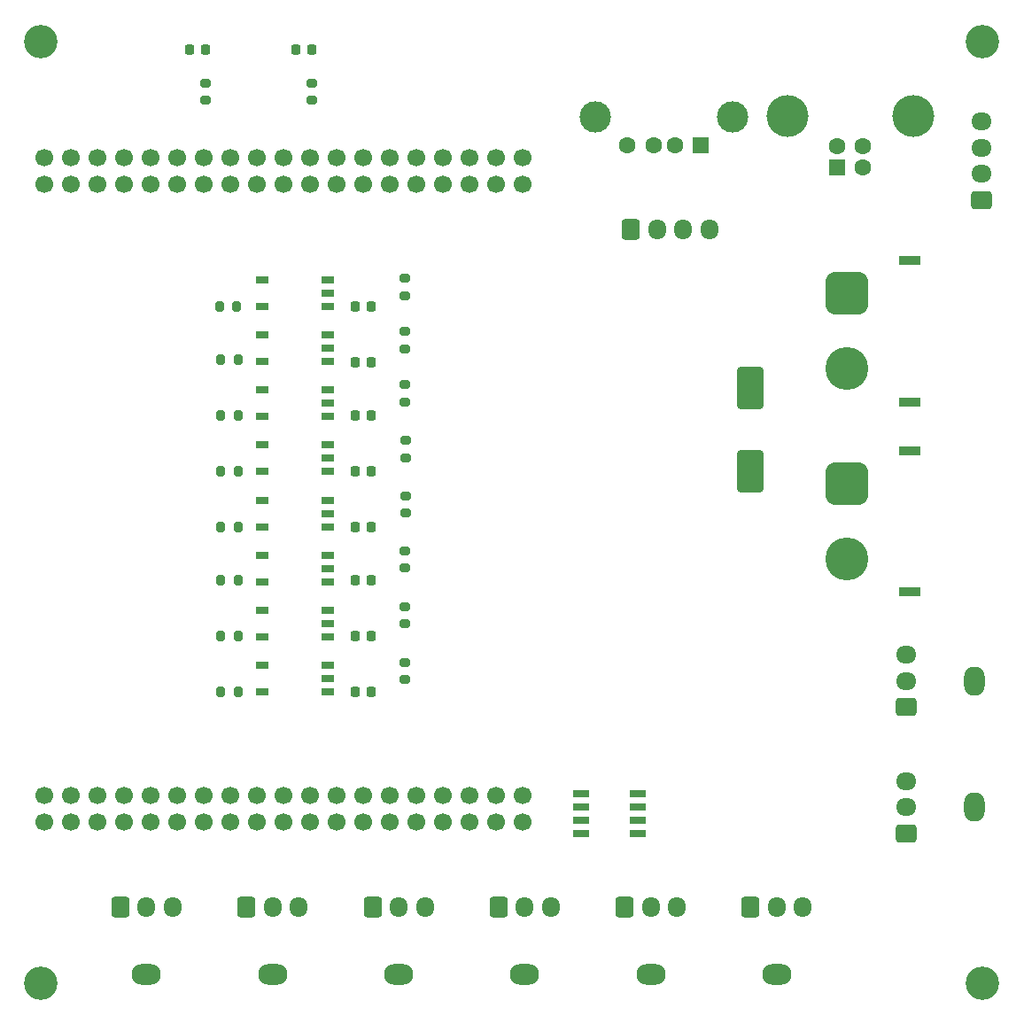
<source format=gts>
%TF.GenerationSoftware,KiCad,Pcbnew,8.0.3*%
%TF.CreationDate,2024-10-23T14:54:12+09:00*%
%TF.ProjectId,ALTAIR_SERVO_MODULE_V5,414c5441-4952-45f5-9345-52564f5f4d4f,rev?*%
%TF.SameCoordinates,Original*%
%TF.FileFunction,Soldermask,Top*%
%TF.FilePolarity,Negative*%
%FSLAX46Y46*%
G04 Gerber Fmt 4.6, Leading zero omitted, Abs format (unit mm)*
G04 Created by KiCad (PCBNEW 8.0.3) date 2024-10-23 14:54:12*
%MOMM*%
%LPD*%
G01*
G04 APERTURE LIST*
G04 Aperture macros list*
%AMRoundRect*
0 Rectangle with rounded corners*
0 $1 Rounding radius*
0 $2 $3 $4 $5 $6 $7 $8 $9 X,Y pos of 4 corners*
0 Add a 4 corners polygon primitive as box body*
4,1,4,$2,$3,$4,$5,$6,$7,$8,$9,$2,$3,0*
0 Add four circle primitives for the rounded corners*
1,1,$1+$1,$2,$3*
1,1,$1+$1,$4,$5*
1,1,$1+$1,$6,$7*
1,1,$1+$1,$8,$9*
0 Add four rect primitives between the rounded corners*
20,1,$1+$1,$2,$3,$4,$5,0*
20,1,$1+$1,$4,$5,$6,$7,0*
20,1,$1+$1,$6,$7,$8,$9,0*
20,1,$1+$1,$8,$9,$2,$3,0*%
G04 Aperture macros list end*
%ADD10RoundRect,0.200000X-0.275000X0.200000X-0.275000X-0.200000X0.275000X-0.200000X0.275000X0.200000X0*%
%ADD11RoundRect,0.200000X0.200000X0.275000X-0.200000X0.275000X-0.200000X-0.275000X0.200000X-0.275000X0*%
%ADD12RoundRect,0.218750X-0.218750X-0.256250X0.218750X-0.256250X0.218750X0.256250X-0.218750X0.256250X0*%
%ADD13R,1.200000X0.800000*%
%ADD14O,2.000000X2.800000*%
%ADD15RoundRect,0.250000X0.725000X-0.600000X0.725000X0.600000X-0.725000X0.600000X-0.725000X-0.600000X0*%
%ADD16O,1.950000X1.700000*%
%ADD17RoundRect,0.225000X-0.225000X-0.250000X0.225000X-0.250000X0.225000X0.250000X-0.225000X0.250000X0*%
%ADD18R,2.000000X0.900000*%
%ADD19RoundRect,1.025000X-1.025000X1.025000X-1.025000X-1.025000X1.025000X-1.025000X1.025000X1.025000X0*%
%ADD20C,4.100000*%
%ADD21O,2.800000X2.000000*%
%ADD22RoundRect,0.250000X-0.600000X-0.725000X0.600000X-0.725000X0.600000X0.725000X-0.600000X0.725000X0*%
%ADD23O,1.700000X1.950000*%
%ADD24C,3.200000*%
%ADD25R,1.525000X0.650000*%
%ADD26RoundRect,0.250000X-1.000000X1.750000X-1.000000X-1.750000X1.000000X-1.750000X1.000000X1.750000X0*%
%ADD27R,1.600000X1.500000*%
%ADD28C,1.600000*%
%ADD29C,3.000000*%
%ADD30R,1.600000X1.600000*%
%ADD31C,4.000000*%
%ADD32C,1.700000*%
G04 APERTURE END LIST*
D10*
%TO.C,R18*%
X144735465Y-109349703D03*
X144735465Y-110999703D03*
%TD*%
%TO.C,R17*%
X144800381Y-104017475D03*
X144800381Y-105667475D03*
%TD*%
%TO.C,R16*%
X144780000Y-98680000D03*
X144780000Y-100330000D03*
%TD*%
%TO.C,R15*%
X144818759Y-93457564D03*
X144818759Y-95107564D03*
%TD*%
%TO.C,R14*%
X144810269Y-88156080D03*
X144810269Y-89806080D03*
%TD*%
%TO.C,R13*%
X144780000Y-82805000D03*
X144780000Y-84455000D03*
%TD*%
%TO.C,R4*%
X144780000Y-77725000D03*
X144780000Y-79375000D03*
%TD*%
%TO.C,R2*%
X144780000Y-72645000D03*
X144780000Y-74295000D03*
%TD*%
D11*
%TO.C,R10*%
X128828000Y-101541870D03*
X127178000Y-101541870D03*
%TD*%
D12*
%TO.C,LED3*%
X124155000Y-50800000D03*
X125730000Y-50800000D03*
%TD*%
D13*
%TO.C,IC1*%
X131114000Y-72781740D03*
X131114000Y-75321740D03*
X137414000Y-75321740D03*
X137414000Y-74051740D03*
X137414000Y-72781740D03*
%TD*%
D14*
%TO.C,J7*%
X199180000Y-123190000D03*
D15*
X192680000Y-125690000D03*
D16*
X192680000Y-123190000D03*
X192680000Y-120690000D03*
%TD*%
D17*
%TO.C,C15*%
X140004000Y-91127870D03*
X141554000Y-91127870D03*
%TD*%
D18*
%TO.C,J9*%
X193040000Y-70955000D03*
X193040000Y-84455000D03*
D19*
X187040000Y-74105000D03*
D20*
X187040000Y-81305000D03*
%TD*%
D11*
%TO.C,R6*%
X128828000Y-80459870D03*
X127178000Y-80459870D03*
%TD*%
D21*
%TO.C,J5*%
X168275000Y-139215000D03*
D22*
X165775000Y-132715000D03*
D23*
X168275000Y-132715000D03*
X170775000Y-132715000D03*
%TD*%
D11*
%TO.C,R12*%
X128828000Y-112209870D03*
X127178000Y-112209870D03*
%TD*%
D21*
%TO.C,J4*%
X156225000Y-139215000D03*
D22*
X153725000Y-132715000D03*
D23*
X156225000Y-132715000D03*
X158725000Y-132715000D03*
%TD*%
D17*
%TO.C,C18*%
X140004000Y-106875870D03*
X141554000Y-106875870D03*
%TD*%
D13*
%TO.C,IC8*%
X131114000Y-109662710D03*
X131114000Y-112202710D03*
X137414000Y-112202710D03*
X137414000Y-110932710D03*
X137414000Y-109662710D03*
%TD*%
D11*
%TO.C,R9*%
X128828000Y-96461870D03*
X127178000Y-96461870D03*
%TD*%
%TO.C,R5*%
X128700000Y-75379870D03*
X127050000Y-75379870D03*
%TD*%
D21*
%TO.C,J3*%
X144175000Y-139215000D03*
D22*
X141675000Y-132715000D03*
D23*
X144175000Y-132715000D03*
X146675000Y-132715000D03*
%TD*%
D24*
%TO.C,REF\u002A\u002A*%
X200000000Y-50000000D03*
%TD*%
D10*
%TO.C,R1*%
X135890000Y-53976000D03*
X135890000Y-55626000D03*
%TD*%
D11*
%TO.C,R7*%
X128828000Y-85793870D03*
X127178000Y-85793870D03*
%TD*%
D17*
%TO.C,C13*%
X140030000Y-80713870D03*
X141580000Y-80713870D03*
%TD*%
D13*
%TO.C,IC2*%
X131114000Y-78050450D03*
X131114000Y-80590450D03*
X137414000Y-80590450D03*
X137414000Y-79320450D03*
X137414000Y-78050450D03*
%TD*%
D11*
%TO.C,R8*%
X128828000Y-91127870D03*
X127178000Y-91127870D03*
%TD*%
D10*
%TO.C,R3*%
X125730000Y-53976000D03*
X125730000Y-55626000D03*
%TD*%
D24*
%TO.C,REF\u002A\u002A*%
X200000000Y-140000000D03*
%TD*%
D13*
%TO.C,IC3*%
X131114000Y-83319160D03*
X131114000Y-85859160D03*
X137414000Y-85859160D03*
X137414000Y-84589160D03*
X137414000Y-83319160D03*
%TD*%
D17*
%TO.C,C16*%
X140004000Y-96461870D03*
X141554000Y-96461870D03*
%TD*%
%TO.C,C17*%
X140004000Y-101541870D03*
X141554000Y-101541870D03*
%TD*%
D24*
%TO.C,REF\u002A\u002A*%
X110000000Y-50000000D03*
%TD*%
D17*
%TO.C,C19*%
X140004000Y-112209870D03*
X141554000Y-112209870D03*
%TD*%
D21*
%TO.C,J1*%
X120075000Y-139215000D03*
D22*
X117575000Y-132715000D03*
D23*
X120075000Y-132715000D03*
X122575000Y-132715000D03*
%TD*%
D17*
%TO.C,C12*%
X140030000Y-75379870D03*
X141580000Y-75379870D03*
%TD*%
D25*
%TO.C,S2*%
X161581000Y-121920000D03*
X161581000Y-123190000D03*
X161581000Y-124460000D03*
X161581000Y-125730000D03*
X167005000Y-125730000D03*
X167005000Y-124460000D03*
X167005000Y-123190000D03*
X167005000Y-121920000D03*
%TD*%
D26*
%TO.C,C9*%
X177800000Y-83122000D03*
X177800000Y-91122000D03*
%TD*%
D17*
%TO.C,C14*%
X140004000Y-85793870D03*
X141554000Y-85793870D03*
%TD*%
D21*
%TO.C,J6*%
X180315000Y-139215000D03*
D22*
X177815000Y-132715000D03*
D23*
X180315000Y-132715000D03*
X182815000Y-132715000D03*
%TD*%
D27*
%TO.C,J11*%
X173045000Y-59970000D03*
D28*
X170545000Y-59970000D03*
X168545000Y-59970000D03*
X166045000Y-59970000D03*
D29*
X176115000Y-57260000D03*
X162975000Y-57260000D03*
%TD*%
D13*
%TO.C,IC5*%
X131114000Y-93856580D03*
X131114000Y-96396580D03*
X137414000Y-96396580D03*
X137414000Y-95126580D03*
X137414000Y-93856580D03*
%TD*%
D30*
%TO.C,J12*%
X186075000Y-62032500D03*
D28*
X188575000Y-62032500D03*
X188575000Y-60032500D03*
X186075000Y-60032500D03*
D31*
X181325000Y-57172500D03*
X193325000Y-57172500D03*
%TD*%
D13*
%TO.C,IC6*%
X131114000Y-99125290D03*
X131114000Y-101665290D03*
X137414000Y-101665290D03*
X137414000Y-100395290D03*
X137414000Y-99125290D03*
%TD*%
D21*
%TO.C,J2*%
X132125000Y-139215000D03*
D22*
X129625000Y-132715000D03*
D23*
X132125000Y-132715000D03*
X134625000Y-132715000D03*
%TD*%
D13*
%TO.C,IC4*%
X131114000Y-88587870D03*
X131114000Y-91127870D03*
X137414000Y-91127870D03*
X137414000Y-89857870D03*
X137414000Y-88587870D03*
%TD*%
D22*
%TO.C,J13*%
X166370000Y-67945000D03*
D23*
X168870000Y-67945000D03*
X171370000Y-67945000D03*
X173870000Y-67945000D03*
%TD*%
D14*
%TO.C,J8*%
X199180000Y-111140000D03*
D15*
X192680000Y-113640000D03*
D16*
X192680000Y-111140000D03*
X192680000Y-108640000D03*
%TD*%
D24*
%TO.C,REF\u002A\u002A*%
X110000000Y-140000000D03*
%TD*%
D12*
%TO.C,LED1*%
X134315000Y-50800000D03*
X135890000Y-50800000D03*
%TD*%
D13*
%TO.C,IC7*%
X131114000Y-104394000D03*
X131114000Y-106934000D03*
X137414000Y-106934000D03*
X137414000Y-105664000D03*
X137414000Y-104394000D03*
%TD*%
D32*
%TO.C,U2*%
X125520786Y-122104214D03*
X117900786Y-124644214D03*
X122980786Y-122104214D03*
X117900786Y-63684214D03*
X115360786Y-124644214D03*
X150920786Y-124644214D03*
X138220786Y-122104214D03*
X117900786Y-61144214D03*
X115360786Y-122104214D03*
X130600786Y-122104214D03*
X128060786Y-122104214D03*
X143300786Y-122104214D03*
X145840786Y-122104214D03*
X153460786Y-63684214D03*
X156000786Y-63684214D03*
X148380786Y-122104214D03*
X122980786Y-63684214D03*
X125520786Y-63684214D03*
X128060786Y-63684214D03*
X138220786Y-63684214D03*
X135680786Y-63684214D03*
X150920786Y-63684214D03*
X125520786Y-61144214D03*
X122980786Y-61144214D03*
X125520786Y-124644214D03*
X128060786Y-124644214D03*
X130600786Y-124644214D03*
X112820786Y-122104214D03*
X145840786Y-124644214D03*
X148380786Y-124644214D03*
X150920786Y-122104214D03*
X138220786Y-61144214D03*
X135680786Y-61144214D03*
X148380786Y-63684214D03*
X143300786Y-63684214D03*
X145840786Y-63684214D03*
X130600786Y-63684214D03*
X135680786Y-124644214D03*
X112820786Y-63684214D03*
X115360786Y-63684214D03*
X140760786Y-63684214D03*
X128060786Y-61144214D03*
X145840786Y-61144214D03*
X143300786Y-61144214D03*
X140760786Y-61144214D03*
X156000786Y-122104214D03*
X153460786Y-122104214D03*
X153460786Y-124644214D03*
X156000786Y-124644214D03*
X150920786Y-61144214D03*
X115360786Y-61144214D03*
X112820786Y-61144214D03*
X133140786Y-63684214D03*
X110280786Y-61144214D03*
X110280786Y-63684214D03*
X110280786Y-124644214D03*
X110280786Y-122104214D03*
X112820786Y-124644214D03*
X138220786Y-124644214D03*
X140760786Y-124644214D03*
X143300786Y-124644214D03*
X133140786Y-124644214D03*
X117900786Y-122104214D03*
X133140786Y-122104214D03*
X135680786Y-122104214D03*
X120440786Y-63684214D03*
X133140786Y-61144214D03*
X148380786Y-61144214D03*
X122980786Y-124644214D03*
X120440786Y-122104214D03*
X120440786Y-124644214D03*
X140760786Y-122104214D03*
X120440786Y-61144214D03*
X130600786Y-61144214D03*
X153460786Y-61144214D03*
X156000786Y-61144214D03*
%TD*%
D11*
%TO.C,R11*%
X128828000Y-106875870D03*
X127178000Y-106875870D03*
%TD*%
D15*
%TO.C,J14*%
X199898000Y-65158000D03*
D16*
X199898000Y-62658000D03*
X199898000Y-60158000D03*
X199898000Y-57658000D03*
%TD*%
D18*
%TO.C,J15*%
X193040000Y-89135000D03*
X193040000Y-102635000D03*
D19*
X187040000Y-92285000D03*
D20*
X187040000Y-99485000D03*
%TD*%
M02*

</source>
